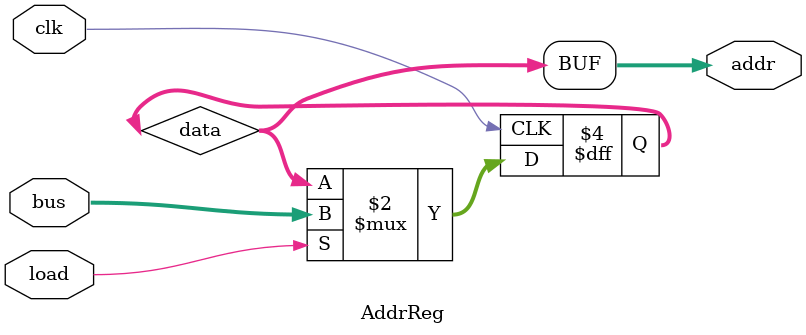
<source format=v>
`timescale 1ns / 1ps


module AddrReg(
    input clk,
    input load,
    input [7:0] bus,
    output [7:0] addr
);
    reg [7:0] data;
    assign addr = data;
    always @ (posedge clk) if (load) data <= bus;
endmodule

</source>
